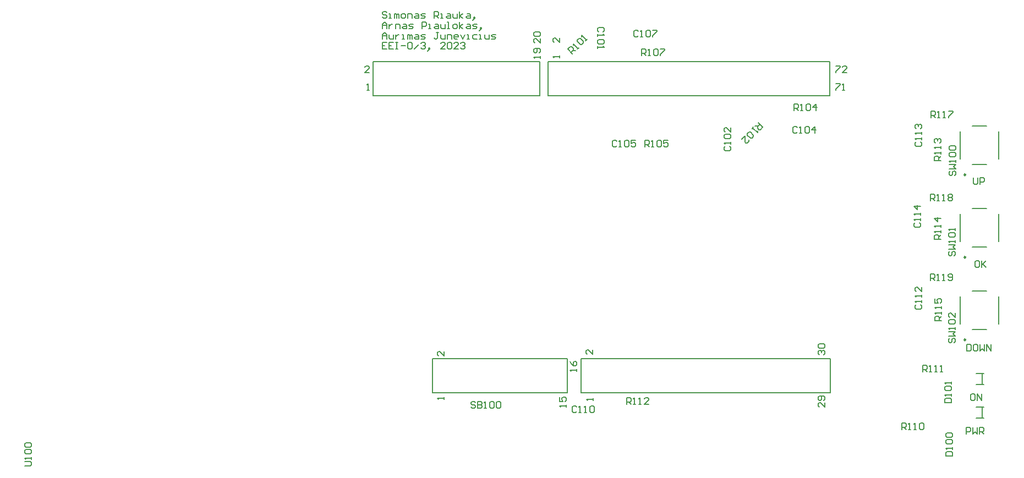
<source format=gto>
G04*
G04 #@! TF.GenerationSoftware,Altium Limited,Altium Designer,23.10.1 (27)*
G04*
G04 Layer_Color=65535*
%FSLAX44Y44*%
%MOMM*%
G71*
G04*
G04 #@! TF.SameCoordinates,B3357872-ED19-4D1E-BA32-374E5828575D*
G04*
G04*
G04 #@! TF.FilePolarity,Positive*
G04*
G01*
G75*
%ADD10C,0.2500*%
%ADD11C,0.2000*%
%ADD12C,0.1524*%
D10*
X939634Y448738D02*
G03*
X939634Y448738I-1250J0D01*
G01*
X939632Y194784D02*
G03*
X939632Y194784I-1250J0D01*
G01*
Y321784D02*
G03*
X939632Y321784I-1250J0D01*
G01*
D11*
X990834Y473198D02*
Y515238D01*
X930934Y473198D02*
Y515238D01*
X949594Y524188D02*
X971884D01*
X949594Y464288D02*
X972174D01*
X964644Y75308D02*
Y90808D01*
X955394Y91558D02*
X967394D01*
X955394Y74558D02*
X967394D01*
X27578Y570280D02*
X283978D01*
X283178Y623280D02*
X283978D01*
X283178D02*
Y623280D01*
X27578Y570280D02*
Y623280D01*
X731018Y113230D02*
Y166080D01*
X347618Y113230D02*
X731018D01*
X730218Y166080D02*
X731018D01*
X730218D02*
Y166080D01*
X347618D02*
X730218D01*
X347618Y113230D02*
Y166080D01*
X326418Y113230D02*
Y165530D01*
X119018D02*
X326418D01*
X119018Y113230D02*
Y165530D01*
Y113230D02*
X326218Y113230D01*
X296818Y570430D02*
X730218Y570430D01*
X296818Y570430D02*
Y623280D01*
X730218Y570430D02*
Y623280D01*
X296818Y623280D02*
X730218Y623280D01*
X27578Y623280D02*
X283978D01*
Y570280D02*
Y623280D01*
X964640Y126362D02*
Y141862D01*
X955390Y142612D02*
X967390D01*
X955390Y125612D02*
X967390D01*
X990832Y219244D02*
Y261284D01*
X930932Y219244D02*
Y261284D01*
X949592Y270234D02*
X971882D01*
X949592Y210334D02*
X972172D01*
X990832Y346244D02*
Y388284D01*
X930932Y346244D02*
Y388284D01*
X949592Y397234D02*
X971882D01*
X949592Y337334D02*
X972172D01*
D12*
X48681Y697943D02*
X46988Y699635D01*
X43603D01*
X41910Y697943D01*
Y696250D01*
X43603Y694557D01*
X46988D01*
X48681Y692864D01*
Y691171D01*
X46988Y689479D01*
X43603D01*
X41910Y691171D01*
X52067Y689479D02*
X55452D01*
X53759D01*
Y696250D01*
X52067D01*
X60531Y689479D02*
Y696250D01*
X62223D01*
X63916Y694557D01*
Y689479D01*
Y694557D01*
X65609Y696250D01*
X67302Y694557D01*
Y689479D01*
X72380D02*
X75766D01*
X77459Y691171D01*
Y694557D01*
X75766Y696250D01*
X72380D01*
X70687Y694557D01*
Y691171D01*
X72380Y689479D01*
X80844D02*
Y696250D01*
X85922D01*
X87615Y694557D01*
Y689479D01*
X92694Y696250D02*
X96079D01*
X97772Y694557D01*
Y689479D01*
X92694D01*
X91001Y691171D01*
X92694Y692864D01*
X97772D01*
X101158Y689479D02*
X106236D01*
X107929Y691171D01*
X106236Y692864D01*
X102850D01*
X101158Y694557D01*
X102850Y696250D01*
X107929D01*
X121471Y689479D02*
Y699635D01*
X126549D01*
X128242Y697943D01*
Y694557D01*
X126549Y692864D01*
X121471D01*
X124857D02*
X128242Y689479D01*
X131628D02*
X135013D01*
X133321D01*
Y696250D01*
X131628D01*
X141784D02*
X145170D01*
X146863Y694557D01*
Y689479D01*
X141784D01*
X140092Y691171D01*
X141784Y692864D01*
X146863D01*
X150248Y696250D02*
Y691171D01*
X151941Y689479D01*
X157020D01*
Y696250D01*
X160405Y689479D02*
Y699635D01*
Y692864D02*
X165483Y696250D01*
X160405Y692864D02*
X165483Y689479D01*
X172255Y696250D02*
X175640D01*
X177333Y694557D01*
Y689479D01*
X172255D01*
X170562Y691171D01*
X172255Y692864D01*
X177333D01*
X182411Y687786D02*
X184104Y689479D01*
Y691171D01*
X182411D01*
Y689479D01*
X184104D01*
X182411Y687786D01*
X180719Y686093D01*
X41910Y673633D02*
Y680404D01*
X45296Y683790D01*
X48681Y680404D01*
Y673633D01*
Y678711D01*
X41910D01*
X52067Y680404D02*
Y673633D01*
Y677019D01*
X53759Y678711D01*
X55452Y680404D01*
X57145D01*
X62223Y673633D02*
Y680404D01*
X67302D01*
X68995Y678711D01*
Y673633D01*
X74073Y680404D02*
X77459D01*
X79151Y678711D01*
Y673633D01*
X74073D01*
X72380Y675326D01*
X74073Y677019D01*
X79151D01*
X82537Y673633D02*
X87615D01*
X89308Y675326D01*
X87615Y677019D01*
X84230D01*
X82537Y678711D01*
X84230Y680404D01*
X89308D01*
X102850Y673633D02*
Y683790D01*
X107929D01*
X109621Y682097D01*
Y678711D01*
X107929Y677019D01*
X102850D01*
X113007Y673633D02*
X116393D01*
X114700D01*
Y680404D01*
X113007D01*
X123164D02*
X126549D01*
X128242Y678711D01*
Y673633D01*
X123164D01*
X121471Y675326D01*
X123164Y677019D01*
X128242D01*
X131628Y680404D02*
Y675326D01*
X133321Y673633D01*
X138399D01*
Y680404D01*
X141784Y673633D02*
X145170D01*
X143477D01*
Y683790D01*
X141784D01*
X151941Y673633D02*
X155327D01*
X157020Y675326D01*
Y678711D01*
X155327Y680404D01*
X151941D01*
X150248Y678711D01*
Y675326D01*
X151941Y673633D01*
X160405D02*
Y683790D01*
Y677019D02*
X165483Y680404D01*
X160405Y677019D02*
X165483Y673633D01*
X172255Y680404D02*
X175640D01*
X177333Y678711D01*
Y673633D01*
X172255D01*
X170562Y675326D01*
X172255Y677019D01*
X177333D01*
X180719Y673633D02*
X185797D01*
X187490Y675326D01*
X185797Y677019D01*
X182411D01*
X180719Y678711D01*
X182411Y680404D01*
X187490D01*
X192568Y671940D02*
X194261Y673633D01*
Y675326D01*
X192568D01*
Y673633D01*
X194261D01*
X192568Y671940D01*
X190875Y670247D01*
X41910Y657787D02*
Y664558D01*
X45296Y667944D01*
X48681Y664558D01*
Y657787D01*
Y662866D01*
X41910D01*
X52067Y664558D02*
Y659480D01*
X53759Y657787D01*
X58838D01*
Y664558D01*
X62223D02*
Y657787D01*
Y661173D01*
X63916Y662866D01*
X65609Y664558D01*
X67302D01*
X72380Y657787D02*
X75766D01*
X74073D01*
Y664558D01*
X72380D01*
X80844Y657787D02*
Y664558D01*
X82537D01*
X84230Y662866D01*
Y657787D01*
Y662866D01*
X85922Y664558D01*
X87615Y662866D01*
Y657787D01*
X92694Y664558D02*
X96079D01*
X97772Y662866D01*
Y657787D01*
X92694D01*
X91001Y659480D01*
X92694Y661173D01*
X97772D01*
X101158Y657787D02*
X106236D01*
X107929Y659480D01*
X106236Y661173D01*
X102850D01*
X101158Y662866D01*
X102850Y664558D01*
X107929D01*
X128242Y667944D02*
X124857D01*
X126549D01*
Y659480D01*
X124857Y657787D01*
X123164D01*
X121471Y659480D01*
X131628Y664558D02*
Y659480D01*
X133321Y657787D01*
X138399D01*
Y664558D01*
X141784Y657787D02*
Y664558D01*
X146863D01*
X148556Y662866D01*
Y657787D01*
X157020D02*
X153634D01*
X151941Y659480D01*
Y662866D01*
X153634Y664558D01*
X157020D01*
X158712Y662866D01*
Y661173D01*
X151941D01*
X162098Y664558D02*
X165483Y657787D01*
X168869Y664558D01*
X172255Y657787D02*
X175640D01*
X173947D01*
Y664558D01*
X172255D01*
X187490D02*
X182411D01*
X180719Y662866D01*
Y659480D01*
X182411Y657787D01*
X187490D01*
X190875D02*
X194261D01*
X192568D01*
Y664558D01*
X190875D01*
X199339D02*
Y659480D01*
X201032Y657787D01*
X206110D01*
Y664558D01*
X209496Y657787D02*
X214574D01*
X216267Y659480D01*
X214574Y661173D01*
X211189D01*
X209496Y662866D01*
X211189Y664558D01*
X216267D01*
X48681Y652098D02*
X41910D01*
Y641942D01*
X48681D01*
X41910Y647020D02*
X45296D01*
X58838Y652098D02*
X52067D01*
Y641942D01*
X58838D01*
X52067Y647020D02*
X55452D01*
X62223Y652098D02*
X65609D01*
X63916D01*
Y641942D01*
X62223D01*
X65609D01*
X70687Y647020D02*
X77459D01*
X80844Y650406D02*
X82537Y652098D01*
X85922D01*
X87615Y650406D01*
Y643634D01*
X85922Y641942D01*
X82537D01*
X80844Y643634D01*
Y650406D01*
X91001Y641942D02*
X97772Y648713D01*
X101158Y650406D02*
X102850Y652098D01*
X106236D01*
X107929Y650406D01*
Y648713D01*
X106236Y647020D01*
X104543D01*
X106236D01*
X107929Y645327D01*
Y643634D01*
X106236Y641942D01*
X102850D01*
X101158Y643634D01*
X113007Y640249D02*
X114700Y641942D01*
Y643634D01*
X113007D01*
Y641942D01*
X114700D01*
X113007Y640249D01*
X111314Y638556D01*
X138399Y641942D02*
X131628D01*
X138399Y648713D01*
Y650406D01*
X136706Y652098D01*
X133321D01*
X131628Y650406D01*
X141784D02*
X143477Y652098D01*
X146863D01*
X148556Y650406D01*
Y643634D01*
X146863Y641942D01*
X143477D01*
X141784Y643634D01*
Y650406D01*
X158712Y641942D02*
X151941D01*
X158712Y648713D01*
Y650406D01*
X157020Y652098D01*
X153634D01*
X151941Y650406D01*
X162098D02*
X163791Y652098D01*
X167176D01*
X168869Y650406D01*
Y648713D01*
X167176Y647020D01*
X165483D01*
X167176D01*
X168869Y645327D01*
Y643634D01*
X167176Y641942D01*
X163791D01*
X162098Y643634D01*
X21503Y605536D02*
X14732D01*
X21503Y612307D01*
Y614000D01*
X19810Y615693D01*
X16425D01*
X14732Y614000D01*
X18288Y578612D02*
X21674D01*
X19981D01*
Y588769D01*
X18288Y587076D01*
X285496Y658027D02*
Y651256D01*
X278725Y658027D01*
X277032D01*
X275339Y656334D01*
Y652949D01*
X277032Y651256D01*
Y661413D02*
X275339Y663105D01*
Y666491D01*
X277032Y668184D01*
X283803D01*
X285496Y666491D01*
Y663105D01*
X283803Y661413D01*
X277032D01*
X285496Y628142D02*
Y631528D01*
Y629835D01*
X275339D01*
X277032Y628142D01*
X283803Y636606D02*
X285496Y638299D01*
Y641684D01*
X283803Y643377D01*
X277032D01*
X275339Y641684D01*
Y638299D01*
X277032Y636606D01*
X278725D01*
X280418Y638299D01*
Y643377D01*
X365218Y178851D02*
Y172080D01*
X358447Y178851D01*
X356754D01*
X355061Y177158D01*
Y173773D01*
X356754Y172080D01*
X366218Y101080D02*
Y104466D01*
Y102773D01*
X356061D01*
X357754Y101080D01*
X714674Y171704D02*
X712981Y173397D01*
Y176782D01*
X714674Y178475D01*
X716367D01*
X718060Y176782D01*
Y175090D01*
Y176782D01*
X719752Y178475D01*
X721445D01*
X723138Y176782D01*
Y173397D01*
X721445Y171704D01*
X714674Y181861D02*
X712981Y183554D01*
Y186939D01*
X714674Y188632D01*
X721445D01*
X723138Y186939D01*
Y183554D01*
X721445Y181861D01*
X714674D01*
X723218Y97851D02*
Y91080D01*
X716447Y97851D01*
X714754D01*
X713061Y96158D01*
Y92773D01*
X714754Y91080D01*
X721525Y101237D02*
X723218Y102929D01*
Y106315D01*
X721525Y108008D01*
X714754D01*
X713061Y106315D01*
Y102929D01*
X714754Y101237D01*
X716447D01*
X718140Y102929D01*
Y108008D01*
X324866Y90932D02*
Y94318D01*
Y92625D01*
X314709D01*
X316402Y90932D01*
X314709Y106167D02*
Y99396D01*
X319788D01*
X318095Y102781D01*
Y104474D01*
X319788Y106167D01*
X323173D01*
X324866Y104474D01*
Y101089D01*
X323173Y99396D01*
X341376Y146558D02*
Y149944D01*
Y148251D01*
X331219D01*
X332912Y146558D01*
X331219Y161793D02*
X332912Y158407D01*
X336298Y155022D01*
X339683D01*
X341376Y156715D01*
Y160100D01*
X339683Y161793D01*
X337990D01*
X336298Y160100D01*
Y155022D01*
X137218Y103080D02*
Y106466D01*
Y104773D01*
X127061D01*
X128754Y103080D01*
X137160Y176951D02*
Y170180D01*
X130389Y176951D01*
X128696D01*
X127003Y175258D01*
Y171873D01*
X128696Y170180D01*
X314706Y659297D02*
Y652526D01*
X307935Y659297D01*
X306242D01*
X304549Y657604D01*
Y654219D01*
X306242Y652526D01*
X314706Y628904D02*
Y632290D01*
Y630597D01*
X304549D01*
X306242Y628904D01*
X739902Y615693D02*
X746673D01*
Y614000D01*
X739902Y607229D01*
Y605536D01*
X756830D02*
X750059D01*
X756830Y612307D01*
Y614000D01*
X755137Y615693D01*
X751751D01*
X750059Y614000D01*
X739394Y588769D02*
X746165D01*
Y587076D01*
X739394Y580305D01*
Y578612D01*
X749551D02*
X752936D01*
X751244D01*
Y588769D01*
X749551Y587076D01*
X952498Y111503D02*
X949113D01*
X947420Y109810D01*
Y103039D01*
X949113Y101346D01*
X952498D01*
X954191Y103039D01*
Y109810D01*
X952498Y111503D01*
X957577Y101346D02*
Y111503D01*
X964348Y101346D01*
Y111503D01*
X940054Y49784D02*
Y59941D01*
X945132D01*
X946825Y58248D01*
Y54862D01*
X945132Y53170D01*
X940054D01*
X950211Y59941D02*
Y49784D01*
X953596Y53170D01*
X956982Y49784D01*
Y59941D01*
X960367Y49784D02*
Y59941D01*
X965446D01*
X967139Y58248D01*
Y54862D01*
X965446Y53170D01*
X960367D01*
X963753D02*
X967139Y49784D01*
X951738Y443989D02*
Y435525D01*
X953431Y433832D01*
X956816D01*
X958509Y435525D01*
Y443989D01*
X961895Y433832D02*
Y443989D01*
X966973D01*
X968666Y442296D01*
Y438910D01*
X966973Y437218D01*
X961895D01*
X959102Y316227D02*
X955717D01*
X954024Y314534D01*
Y307763D01*
X955717Y306070D01*
X959102D01*
X960795Y307763D01*
Y314534D01*
X959102Y316227D01*
X964181D02*
Y306070D01*
Y309456D01*
X970952Y316227D01*
X965873Y311148D01*
X970952Y306070D01*
X941578Y187703D02*
Y177546D01*
X946656D01*
X948349Y179239D01*
Y186010D01*
X946656Y187703D01*
X941578D01*
X956813D02*
X953428D01*
X951735Y186010D01*
Y179239D01*
X953428Y177546D01*
X956813D01*
X958506Y179239D01*
Y186010D01*
X956813Y187703D01*
X961891D02*
Y177546D01*
X965277Y180932D01*
X968663Y177546D01*
Y187703D01*
X972048Y177546D02*
Y187703D01*
X978819Y177546D01*
Y187703D01*
X184832Y98128D02*
X183140Y99820D01*
X179754D01*
X178061Y98128D01*
Y96435D01*
X179754Y94742D01*
X183140D01*
X184832Y93049D01*
Y91356D01*
X183140Y89664D01*
X179754D01*
X178061Y91356D01*
X188218Y99820D02*
Y89664D01*
X193297D01*
X194989Y91356D01*
Y93049D01*
X193297Y94742D01*
X188218D01*
X193297D01*
X194989Y96435D01*
Y98128D01*
X193297Y99820D01*
X188218D01*
X198375Y89664D02*
X201760D01*
X200068D01*
Y99820D01*
X198375Y98128D01*
X206839D02*
X208532Y99820D01*
X211917D01*
X213610Y98128D01*
Y91356D01*
X211917Y89664D01*
X208532D01*
X206839Y91356D01*
Y98128D01*
X216996D02*
X218688Y99820D01*
X222074D01*
X223767Y98128D01*
Y91356D01*
X222074Y89664D01*
X218688D01*
X216996Y91356D01*
Y98128D01*
X902206Y224372D02*
X892050D01*
Y229450D01*
X893742Y231143D01*
X897128D01*
X898821Y229450D01*
Y224372D01*
Y227758D02*
X902206Y231143D01*
Y234529D02*
Y237914D01*
Y236222D01*
X892050D01*
X893742Y234529D01*
X902206Y242993D02*
Y246378D01*
Y244686D01*
X892050D01*
X893742Y242993D01*
X892050Y258228D02*
Y251457D01*
X897128D01*
X895435Y254842D01*
Y256535D01*
X897128Y258228D01*
X900514D01*
X902206Y256535D01*
Y253150D01*
X900514Y251457D01*
X901444Y349340D02*
X891288D01*
Y354418D01*
X892980Y356111D01*
X896366D01*
X898059Y354418D01*
Y349340D01*
Y352726D02*
X901444Y356111D01*
Y359497D02*
Y362882D01*
Y361190D01*
X891288D01*
X892980Y359497D01*
X901444Y367961D02*
Y371346D01*
Y369654D01*
X891288D01*
X892980Y367961D01*
X901444Y381503D02*
X891288D01*
X896366Y376425D01*
Y383196D01*
X901190Y470752D02*
X891034D01*
Y475830D01*
X892726Y477523D01*
X896112D01*
X897805Y475830D01*
Y470752D01*
Y474138D02*
X901190Y477523D01*
Y480909D02*
Y484294D01*
Y482602D01*
X891034D01*
X892726Y480909D01*
X901190Y489373D02*
Y492758D01*
Y491066D01*
X891034D01*
X892726Y489373D01*
Y497837D02*
X891034Y499529D01*
Y502915D01*
X892726Y504608D01*
X894419D01*
X896112Y502915D01*
Y501222D01*
Y502915D01*
X897805Y504608D01*
X899498D01*
X901190Y502915D01*
Y499529D01*
X899498Y497837D01*
X334612Y634770D02*
X327430Y641952D01*
X331021Y645543D01*
X333415D01*
X335809Y643149D01*
Y640755D01*
X332218Y637164D01*
X334612Y639558D02*
X339399D01*
X341794Y641952D02*
X344187Y644346D01*
X342990Y643149D01*
X335809Y650331D01*
Y647937D01*
X341794Y653922D02*
Y656315D01*
X344187Y658709D01*
X346581D01*
X351369Y653922D01*
Y651527D01*
X348975Y649134D01*
X346581D01*
X341794Y653922D01*
X354960Y655118D02*
X357354Y657512D01*
X356157Y656315D01*
X348975Y663497D01*
Y661103D01*
X418174Y95252D02*
Y105408D01*
X423252D01*
X424945Y103716D01*
Y100330D01*
X423252Y98637D01*
X418174D01*
X421560D02*
X424945Y95252D01*
X428331D02*
X431716D01*
X430024D01*
Y105408D01*
X428331Y103716D01*
X436795Y95252D02*
X440180D01*
X438488D01*
Y105408D01*
X436795Y103716D01*
X452030Y95252D02*
X445259D01*
X452030Y102023D01*
Y103716D01*
X450337Y105408D01*
X446951D01*
X445259Y103716D01*
X620355Y528985D02*
X627537Y521803D01*
X623946Y518212D01*
X621552D01*
X619158Y520606D01*
Y523000D01*
X622749Y526591D01*
X620355Y524197D02*
X615568D01*
X613173Y521803D02*
X610779Y519409D01*
X611977Y520606D01*
X619158Y513424D01*
Y515818D01*
X613173Y509833D02*
Y507440D01*
X610779Y505046D01*
X608386D01*
X603598Y509833D01*
Y512228D01*
X605992Y514621D01*
X608386D01*
X613173Y509833D01*
X595219Y503849D02*
X600007Y508637D01*
Y499061D01*
X601204Y497864D01*
X603598D01*
X605992Y500258D01*
Y502652D01*
X675392Y547118D02*
Y557274D01*
X680470D01*
X682163Y555582D01*
Y552196D01*
X680470Y550503D01*
X675392D01*
X678777D02*
X682163Y547118D01*
X685548D02*
X688934D01*
X687241D01*
Y557274D01*
X685548Y555582D01*
X694012D02*
X695705Y557274D01*
X699091D01*
X700783Y555582D01*
Y548810D01*
X699091Y547118D01*
X695705D01*
X694012Y548810D01*
Y555582D01*
X709248Y547118D02*
Y557274D01*
X704169Y552196D01*
X710940D01*
X445776Y491492D02*
Y501648D01*
X450854D01*
X452547Y499956D01*
Y496570D01*
X450854Y494877D01*
X445776D01*
X449161D02*
X452547Y491492D01*
X455933D02*
X459318D01*
X457625D01*
Y501648D01*
X455933Y499956D01*
X464396D02*
X466089Y501648D01*
X469475D01*
X471167Y499956D01*
Y493184D01*
X469475Y491492D01*
X466089D01*
X464396Y493184D01*
Y499956D01*
X481324Y501648D02*
X474553D01*
Y496570D01*
X477939Y498263D01*
X479632D01*
X481324Y496570D01*
Y493184D01*
X479632Y491492D01*
X476246D01*
X474553Y493184D01*
X441337Y632561D02*
Y642718D01*
X446416D01*
X448108Y641025D01*
Y637639D01*
X446416Y635947D01*
X441337D01*
X444723D02*
X448108Y632561D01*
X451494D02*
X454880D01*
X453187D01*
Y642718D01*
X451494Y641025D01*
X459958D02*
X461651Y642718D01*
X465036D01*
X466729Y641025D01*
Y634254D01*
X465036Y632561D01*
X461651D01*
X459958Y634254D01*
Y641025D01*
X470115Y642718D02*
X476886D01*
Y641025D01*
X470115Y634254D01*
Y632561D01*
X381592Y668440D02*
X383284Y670133D01*
Y673519D01*
X381592Y675211D01*
X374820D01*
X373128Y673519D01*
Y670133D01*
X374820Y668440D01*
X373128Y665055D02*
Y661669D01*
Y663362D01*
X383284D01*
X381592Y665055D01*
Y656591D02*
X383284Y654898D01*
Y651512D01*
X381592Y649820D01*
X374820D01*
X373128Y651512D01*
Y654898D01*
X374820Y656591D01*
X381592D01*
X373128Y646434D02*
Y643048D01*
Y644741D01*
X383284D01*
X381592Y646434D01*
X569384Y492679D02*
X567692Y490986D01*
Y487601D01*
X569384Y485908D01*
X576156D01*
X577848Y487601D01*
Y490986D01*
X576156Y492679D01*
X577848Y496064D02*
Y499450D01*
Y497757D01*
X567692D01*
X569384Y496064D01*
Y504528D02*
X567692Y506221D01*
Y509607D01*
X569384Y511300D01*
X576156D01*
X577848Y509607D01*
Y506221D01*
X576156Y504528D01*
X569384D01*
X577848Y521456D02*
Y514685D01*
X571077Y521456D01*
X569384D01*
X567692Y519763D01*
Y516378D01*
X569384Y514685D01*
X435783Y669628D02*
X434090Y671320D01*
X430704D01*
X429012Y669628D01*
Y662856D01*
X430704Y661164D01*
X434090D01*
X435783Y662856D01*
X439169Y661164D02*
X442554D01*
X440861D01*
Y671320D01*
X439169Y669628D01*
X447632D02*
X449325Y671320D01*
X452711D01*
X454403Y669628D01*
Y662856D01*
X452711Y661164D01*
X449325D01*
X447632Y662856D01*
Y669628D01*
X457789Y671320D02*
X464560D01*
Y669628D01*
X457789Y662856D01*
Y661164D01*
X340617Y91016D02*
X338924Y92708D01*
X335539D01*
X333846Y91016D01*
Y84244D01*
X335539Y82552D01*
X338924D01*
X340617Y84244D01*
X344003Y82552D02*
X347388D01*
X345696D01*
Y92708D01*
X344003Y91016D01*
X352467Y82552D02*
X355852D01*
X354160D01*
Y92708D01*
X352467Y91016D01*
X360931D02*
X362623Y92708D01*
X366009D01*
X367702Y91016D01*
Y84244D01*
X366009Y82552D01*
X362623D01*
X360931Y84244D01*
Y91016D01*
X402763Y500210D02*
X401070Y501902D01*
X397685D01*
X395992Y500210D01*
Y493438D01*
X397685Y491746D01*
X401070D01*
X402763Y493438D01*
X406148Y491746D02*
X409534D01*
X407841D01*
Y501902D01*
X406148Y500210D01*
X414612D02*
X416305Y501902D01*
X419691D01*
X421384Y500210D01*
Y493438D01*
X419691Y491746D01*
X416305D01*
X414612Y493438D01*
Y500210D01*
X431540Y501902D02*
X424769D01*
Y496824D01*
X428155Y498517D01*
X429847D01*
X431540Y496824D01*
Y493438D01*
X429847Y491746D01*
X426462D01*
X424769Y493438D01*
X680385Y521546D02*
X678692Y523238D01*
X675306D01*
X673614Y521546D01*
Y514774D01*
X675306Y513082D01*
X678692D01*
X680385Y514774D01*
X683771Y513082D02*
X687156D01*
X685463D01*
Y523238D01*
X683771Y521546D01*
X692234D02*
X693927Y523238D01*
X697313D01*
X699006Y521546D01*
Y514774D01*
X697313Y513082D01*
X693927D01*
X692234Y514774D01*
Y521546D01*
X707469Y513082D02*
Y523238D01*
X702391Y518160D01*
X709162D01*
X915840Y454580D02*
X914148Y452888D01*
Y449502D01*
X915840Y447809D01*
X917533D01*
X919226Y449502D01*
Y452888D01*
X920919Y454580D01*
X922612D01*
X924304Y452888D01*
Y449502D01*
X922612Y447809D01*
X914148Y457966D02*
X924304D01*
X920919Y461352D01*
X924304Y464737D01*
X914148D01*
X924304Y468123D02*
Y471508D01*
Y469816D01*
X914148D01*
X915840Y468123D01*
Y476587D02*
X914148Y478280D01*
Y481665D01*
X915840Y483358D01*
X922612D01*
X924304Y481665D01*
Y478280D01*
X922612Y476587D01*
X915840D01*
Y486744D02*
X914148Y488436D01*
Y491822D01*
X915840Y493515D01*
X922612D01*
X924304Y491822D01*
Y488436D01*
X922612Y486744D01*
X915840D01*
X841084Y56390D02*
Y66546D01*
X846162D01*
X847855Y64854D01*
Y61468D01*
X846162Y59775D01*
X841084D01*
X844470D02*
X847855Y56390D01*
X851241D02*
X854626D01*
X852934D01*
Y66546D01*
X851241Y64854D01*
X859705Y56390D02*
X863090D01*
X861398D01*
Y66546D01*
X859705Y64854D01*
X868169D02*
X869862Y66546D01*
X873247D01*
X874940Y64854D01*
Y58082D01*
X873247Y56390D01*
X869862D01*
X868169Y58082D01*
Y64854D01*
X909068Y15500D02*
X919224D01*
Y20578D01*
X917532Y22271D01*
X910760D01*
X909068Y20578D01*
Y15500D01*
X919224Y25656D02*
Y29042D01*
Y27349D01*
X909068D01*
X910760Y25656D01*
Y34120D02*
X909068Y35813D01*
Y39199D01*
X910760Y40892D01*
X917532D01*
X919224Y39199D01*
Y35813D01*
X917532Y34120D01*
X910760D01*
Y44277D02*
X909068Y45970D01*
Y49356D01*
X910760Y51048D01*
X917532D01*
X919224Y49356D01*
Y45970D01*
X917532Y44277D01*
X910760D01*
X885026Y285498D02*
Y295654D01*
X890105D01*
X891797Y293962D01*
Y290576D01*
X890105Y288883D01*
X885026D01*
X888412D02*
X891797Y285498D01*
X895183D02*
X898568D01*
X896876D01*
Y295654D01*
X895183Y293962D01*
X903647Y285498D02*
X907032D01*
X905340D01*
Y295654D01*
X903647Y293962D01*
X912111Y287190D02*
X913803Y285498D01*
X917189D01*
X918882Y287190D01*
Y293962D01*
X917189Y295654D01*
X913803D01*
X912111Y293962D01*
Y292269D01*
X913803Y290576D01*
X918882D01*
X886042Y536704D02*
Y546860D01*
X891121D01*
X892813Y545168D01*
Y541782D01*
X891121Y540089D01*
X886042D01*
X889428D02*
X892813Y536704D01*
X896199D02*
X899584D01*
X897892D01*
Y546860D01*
X896199Y545168D01*
X904663Y536704D02*
X908048D01*
X906356D01*
Y546860D01*
X904663Y545168D01*
X913127Y546860D02*
X919898D01*
Y545168D01*
X913127Y538396D01*
Y536704D01*
X885280Y408942D02*
Y419098D01*
X890359D01*
X892051Y417406D01*
Y414020D01*
X890359Y412327D01*
X885280D01*
X888666D02*
X892051Y408942D01*
X895437D02*
X898822D01*
X897130D01*
Y419098D01*
X895437Y417406D01*
X903901Y408942D02*
X907286D01*
X905594D01*
Y419098D01*
X903901Y417406D01*
X912365D02*
X914057Y419098D01*
X917443D01*
X919136Y417406D01*
Y415713D01*
X917443Y414020D01*
X919136Y412327D01*
Y410634D01*
X917443Y408942D01*
X914057D01*
X912365Y410634D01*
Y412327D01*
X914057Y414020D01*
X912365Y415713D01*
Y417406D01*
X914057Y414020D02*
X917443D01*
X861738Y374653D02*
X860046Y372961D01*
Y369575D01*
X861738Y367882D01*
X868510D01*
X870202Y369575D01*
Y372961D01*
X868510Y374653D01*
X870202Y378039D02*
Y381424D01*
Y379732D01*
X860046D01*
X861738Y378039D01*
X870202Y386503D02*
Y389888D01*
Y388196D01*
X860046D01*
X861738Y386503D01*
X870202Y400045D02*
X860046D01*
X865124Y394967D01*
Y401738D01*
X863008Y248923D02*
X861316Y247230D01*
Y243845D01*
X863008Y242152D01*
X869780D01*
X871472Y243845D01*
Y247230D01*
X869780Y248923D01*
X871472Y252309D02*
Y255694D01*
Y254002D01*
X861316D01*
X863008Y252309D01*
X871472Y260773D02*
Y264158D01*
Y262466D01*
X861316D01*
X863008Y260773D01*
X871472Y276008D02*
Y269237D01*
X864701Y276008D01*
X863008D01*
X861316Y274315D01*
Y270930D01*
X863008Y269237D01*
X863262Y499113D02*
X861570Y497421D01*
Y494035D01*
X863262Y492342D01*
X870034D01*
X871726Y494035D01*
Y497421D01*
X870034Y499113D01*
X871726Y502499D02*
Y505884D01*
Y504192D01*
X861570D01*
X863262Y502499D01*
X871726Y510963D02*
Y514348D01*
Y512656D01*
X861570D01*
X863262Y510963D01*
Y519427D02*
X861570Y521119D01*
Y524505D01*
X863262Y526198D01*
X864955D01*
X866648Y524505D01*
Y522812D01*
Y524505D01*
X868341Y526198D01*
X870034D01*
X871726Y524505D01*
Y521119D01*
X870034Y519427D01*
X873257Y145544D02*
Y155700D01*
X878335D01*
X880028Y154008D01*
Y150622D01*
X878335Y148929D01*
X873257D01*
X876643D02*
X880028Y145544D01*
X883414D02*
X886799D01*
X885106D01*
Y155700D01*
X883414Y154008D01*
X891878Y145544D02*
X895263D01*
X893570D01*
Y155700D01*
X891878Y154008D01*
X900341Y145544D02*
X903727D01*
X902034D01*
Y155700D01*
X900341Y154008D01*
X907544Y98218D02*
X917700D01*
Y103297D01*
X916008Y104990D01*
X909236D01*
X907544Y103297D01*
Y98218D01*
X917700Y108375D02*
Y111761D01*
Y110068D01*
X907544D01*
X909236Y108375D01*
Y116839D02*
X907544Y118532D01*
Y121917D01*
X909236Y123610D01*
X916008D01*
X917700Y121917D01*
Y118532D01*
X916008Y116839D01*
X909236D01*
X917700Y126996D02*
Y130381D01*
Y128689D01*
X907544D01*
X909236Y126996D01*
X914824Y197024D02*
X913132Y195332D01*
Y191946D01*
X914824Y190253D01*
X916517D01*
X918210Y191946D01*
Y195332D01*
X919903Y197024D01*
X921596D01*
X923288Y195332D01*
Y191946D01*
X921596Y190253D01*
X913132Y200410D02*
X923288D01*
X919903Y203796D01*
X923288Y207181D01*
X913132D01*
X923288Y210567D02*
Y213952D01*
Y212260D01*
X913132D01*
X914824Y210567D01*
Y219031D02*
X913132Y220724D01*
Y224109D01*
X914824Y225802D01*
X921596D01*
X923288Y224109D01*
Y220724D01*
X921596Y219031D01*
X914824D01*
X923288Y235959D02*
Y229188D01*
X916517Y235959D01*
X914824D01*
X913132Y234266D01*
Y230880D01*
X914824Y229188D01*
X915332Y330797D02*
X913640Y329104D01*
Y325719D01*
X915332Y324026D01*
X917025D01*
X918718Y325719D01*
Y329104D01*
X920411Y330797D01*
X922104D01*
X923796Y329104D01*
Y325719D01*
X922104Y324026D01*
X913640Y334183D02*
X923796D01*
X920411Y337569D01*
X923796Y340954D01*
X913640D01*
X923796Y344340D02*
Y347725D01*
Y346032D01*
X913640D01*
X915332Y344340D01*
Y352804D02*
X913640Y354496D01*
Y357882D01*
X915332Y359575D01*
X922104D01*
X923796Y357882D01*
Y354496D01*
X922104Y352804D01*
X915332D01*
X923796Y362960D02*
Y366346D01*
Y364653D01*
X913640D01*
X915332Y362960D01*
X-508001Y251D02*
X-499537D01*
X-497844Y1944D01*
Y5329D01*
X-499537Y7022D01*
X-508001D01*
X-497844Y10408D02*
Y13793D01*
Y12101D01*
X-508001D01*
X-506308Y10408D01*
Y18872D02*
X-508001Y20565D01*
Y23950D01*
X-506308Y25643D01*
X-499537D01*
X-497844Y23950D01*
Y20565D01*
X-499537Y18872D01*
X-506308D01*
Y29028D02*
X-508001Y30721D01*
Y34107D01*
X-506308Y35800D01*
X-499537D01*
X-497844Y34107D01*
Y30721D01*
X-499537Y29028D01*
X-506308D01*
M02*

</source>
